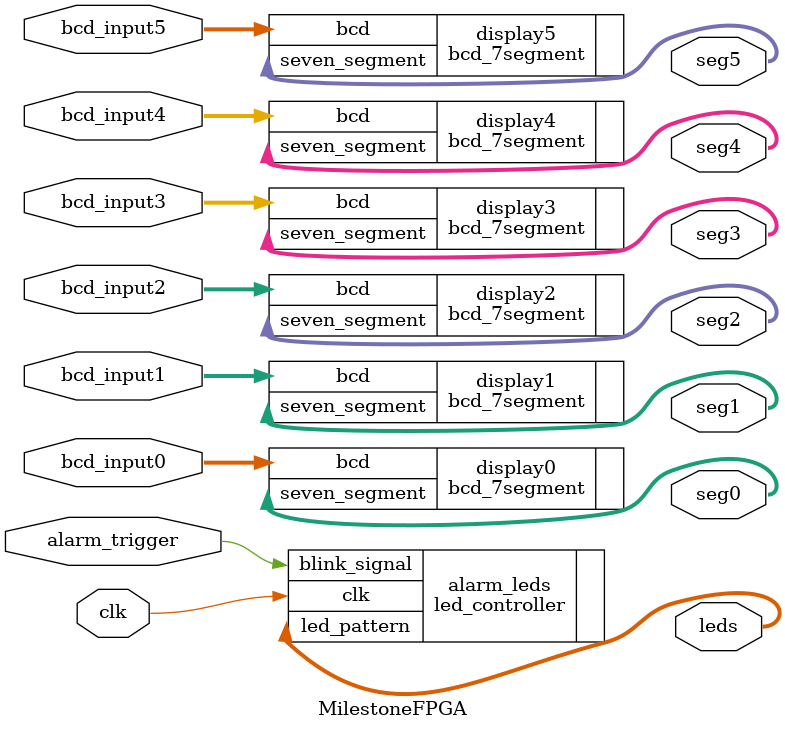
<source format=v>
module MilestoneFPGA
    (
		  // Main clock input
        input wire clk,

		 // Input to trigger the alarm
       input wire alarm_trigger,     
         
      // BCD inputs for each of the six seven-segment displays
		 input wire [3:0] bcd_input0,
		 input wire [3:0] bcd_input1,
		 input wire [3:0] bcd_input2,
		 input wire [3:0] bcd_input3,
		 input wire [3:0] bcd_input4,
		 input wire [3:0] bcd_input5,

		 // Output segments for each of the six seven-segment displays
		 output wire [6:0] seg0, // Extreme right
		 output wire [6:0] seg1,
		 output wire [6:0] seg2,
		 output wire [6:0] seg3,
		 output wire [6:0] seg4,
		 output wire [6:0] seg5, // Extreme left

		 // Outputs for the LEDs
		 output wire [9:0] leds 
    );
	 
	 //wire [3:0] bcd_input = 4'b0000; // Debugging ther BCD 7 Segment

// Instantiate six bcd_7segment modules for each seven-segment display
bcd_7segment display0(.bcd(bcd_input0), .seven_segment(seg0));
bcd_7segment display1(.bcd(bcd_input1), .seven_segment(seg1));
bcd_7segment display2(.bcd(bcd_input2), .seven_segment(seg2));
bcd_7segment display3(.bcd(bcd_input3), .seven_segment(seg3));
bcd_7segment display4(.bcd(bcd_input4), .seven_segment(seg4));
bcd_7segment display5(.bcd(bcd_input5), .seven_segment(seg5));

//reg blink_signal = 1'b1; // Testing the LEDs

// Corrected interface for led_controller
led_controller alarm_leds
    (
        .clk(clk),
        .blink_signal(alarm_trigger),  // Directly use alarm_trigger as blink_signal
        .led_pattern(leds)             // Ensure led_pattern is correctly connected
    );

endmodule

</source>
